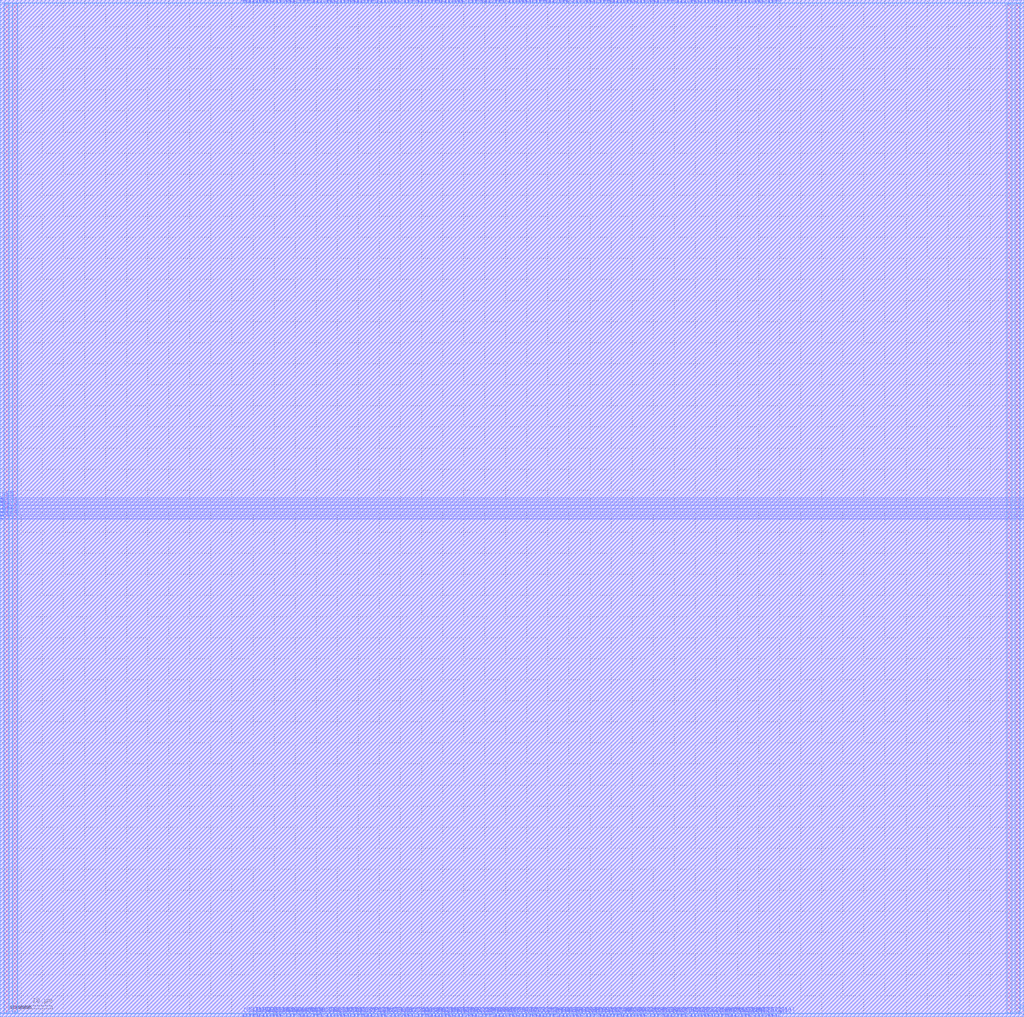
<source format=lef>
##
## LEF for PtnCells ;
## created by Innovus v15.23-s045_1 on Fri Mar  7 18:05:08 2025
##

VERSION 5.8 ;

BUSBITCHARS "[]" ;
DIVIDERCHAR "/" ;

MACRO sram_160b_w16
  CLASS BLOCK ;
  SIZE 243.0000 BY 241.4000 ;
  FOREIGN sram_160b_w16 0.0000 0.0000 ;
  ORIGIN 0 0 ;
  SYMMETRY X Y R90 ;
  PIN CLK
    DIRECTION INPUT ;
    USE SIGNAL ;
    PORT
      LAYER M3 ;
        RECT 0.0000 118.1500 0.6000 118.2500 ;
    END
  END CLK
  PIN D[159]
    DIRECTION INPUT ;
    USE SIGNAL ;
    PORT
      LAYER M3 ;
        RECT 57.6500 0.0000 57.7500 0.6000 ;
    END
  END D[159]
  PIN D[158]
    DIRECTION INPUT ;
    USE SIGNAL ;
    PORT
      LAYER M3 ;
        RECT 58.4500 0.0000 58.5500 0.6000 ;
    END
  END D[158]
  PIN D[157]
    DIRECTION INPUT ;
    USE SIGNAL ;
    PORT
      LAYER M3 ;
        RECT 59.2500 0.0000 59.3500 0.6000 ;
    END
  END D[157]
  PIN D[156]
    DIRECTION INPUT ;
    USE SIGNAL ;
    PORT
      LAYER M3 ;
        RECT 60.0500 0.0000 60.1500 0.6000 ;
    END
  END D[156]
  PIN D[155]
    DIRECTION INPUT ;
    USE SIGNAL ;
    PORT
      LAYER M3 ;
        RECT 60.8500 0.0000 60.9500 0.6000 ;
    END
  END D[155]
  PIN D[154]
    DIRECTION INPUT ;
    USE SIGNAL ;
    PORT
      LAYER M3 ;
        RECT 61.6500 0.0000 61.7500 0.6000 ;
    END
  END D[154]
  PIN D[153]
    DIRECTION INPUT ;
    USE SIGNAL ;
    PORT
      LAYER M3 ;
        RECT 62.4500 0.0000 62.5500 0.6000 ;
    END
  END D[153]
  PIN D[152]
    DIRECTION INPUT ;
    USE SIGNAL ;
    PORT
      LAYER M3 ;
        RECT 63.2500 0.0000 63.3500 0.6000 ;
    END
  END D[152]
  PIN D[151]
    DIRECTION INPUT ;
    USE SIGNAL ;
    PORT
      LAYER M3 ;
        RECT 64.0500 0.0000 64.1500 0.6000 ;
    END
  END D[151]
  PIN D[150]
    DIRECTION INPUT ;
    USE SIGNAL ;
    PORT
      LAYER M3 ;
        RECT 64.8500 0.0000 64.9500 0.6000 ;
    END
  END D[150]
  PIN D[149]
    DIRECTION INPUT ;
    USE SIGNAL ;
    PORT
      LAYER M3 ;
        RECT 65.6500 0.0000 65.7500 0.6000 ;
    END
  END D[149]
  PIN D[148]
    DIRECTION INPUT ;
    USE SIGNAL ;
    PORT
      LAYER M3 ;
        RECT 66.4500 0.0000 66.5500 0.6000 ;
    END
  END D[148]
  PIN D[147]
    DIRECTION INPUT ;
    USE SIGNAL ;
    PORT
      LAYER M3 ;
        RECT 67.2500 0.0000 67.3500 0.6000 ;
    END
  END D[147]
  PIN D[146]
    DIRECTION INPUT ;
    USE SIGNAL ;
    PORT
      LAYER M3 ;
        RECT 68.0500 0.0000 68.1500 0.6000 ;
    END
  END D[146]
  PIN D[145]
    DIRECTION INPUT ;
    USE SIGNAL ;
    PORT
      LAYER M3 ;
        RECT 68.8500 0.0000 68.9500 0.6000 ;
    END
  END D[145]
  PIN D[144]
    DIRECTION INPUT ;
    USE SIGNAL ;
    PORT
      LAYER M3 ;
        RECT 69.6500 0.0000 69.7500 0.6000 ;
    END
  END D[144]
  PIN D[143]
    DIRECTION INPUT ;
    USE SIGNAL ;
    PORT
      LAYER M3 ;
        RECT 70.4500 0.0000 70.5500 0.6000 ;
    END
  END D[143]
  PIN D[142]
    DIRECTION INPUT ;
    USE SIGNAL ;
    PORT
      LAYER M3 ;
        RECT 71.2500 0.0000 71.3500 0.6000 ;
    END
  END D[142]
  PIN D[141]
    DIRECTION INPUT ;
    USE SIGNAL ;
    PORT
      LAYER M3 ;
        RECT 72.0500 0.0000 72.1500 0.6000 ;
    END
  END D[141]
  PIN D[140]
    DIRECTION INPUT ;
    USE SIGNAL ;
    PORT
      LAYER M3 ;
        RECT 72.8500 0.0000 72.9500 0.6000 ;
    END
  END D[140]
  PIN D[139]
    DIRECTION INPUT ;
    USE SIGNAL ;
    PORT
      LAYER M3 ;
        RECT 73.6500 0.0000 73.7500 0.6000 ;
    END
  END D[139]
  PIN D[138]
    DIRECTION INPUT ;
    USE SIGNAL ;
    PORT
      LAYER M3 ;
        RECT 74.4500 0.0000 74.5500 0.6000 ;
    END
  END D[138]
  PIN D[137]
    DIRECTION INPUT ;
    USE SIGNAL ;
    PORT
      LAYER M3 ;
        RECT 75.2500 0.0000 75.3500 0.6000 ;
    END
  END D[137]
  PIN D[136]
    DIRECTION INPUT ;
    USE SIGNAL ;
    PORT
      LAYER M3 ;
        RECT 76.0500 0.0000 76.1500 0.6000 ;
    END
  END D[136]
  PIN D[135]
    DIRECTION INPUT ;
    USE SIGNAL ;
    PORT
      LAYER M3 ;
        RECT 76.8500 0.0000 76.9500 0.6000 ;
    END
  END D[135]
  PIN D[134]
    DIRECTION INPUT ;
    USE SIGNAL ;
    PORT
      LAYER M3 ;
        RECT 77.6500 0.0000 77.7500 0.6000 ;
    END
  END D[134]
  PIN D[133]
    DIRECTION INPUT ;
    USE SIGNAL ;
    PORT
      LAYER M3 ;
        RECT 78.4500 0.0000 78.5500 0.6000 ;
    END
  END D[133]
  PIN D[132]
    DIRECTION INPUT ;
    USE SIGNAL ;
    PORT
      LAYER M3 ;
        RECT 79.2500 0.0000 79.3500 0.6000 ;
    END
  END D[132]
  PIN D[131]
    DIRECTION INPUT ;
    USE SIGNAL ;
    PORT
      LAYER M3 ;
        RECT 80.0500 0.0000 80.1500 0.6000 ;
    END
  END D[131]
  PIN D[130]
    DIRECTION INPUT ;
    USE SIGNAL ;
    PORT
      LAYER M3 ;
        RECT 80.8500 0.0000 80.9500 0.6000 ;
    END
  END D[130]
  PIN D[129]
    DIRECTION INPUT ;
    USE SIGNAL ;
    PORT
      LAYER M3 ;
        RECT 81.6500 0.0000 81.7500 0.6000 ;
    END
  END D[129]
  PIN D[128]
    DIRECTION INPUT ;
    USE SIGNAL ;
    PORT
      LAYER M3 ;
        RECT 82.4500 0.0000 82.5500 0.6000 ;
    END
  END D[128]
  PIN D[127]
    DIRECTION INPUT ;
    USE SIGNAL ;
    PORT
      LAYER M3 ;
        RECT 83.2500 0.0000 83.3500 0.6000 ;
    END
  END D[127]
  PIN D[126]
    DIRECTION INPUT ;
    USE SIGNAL ;
    PORT
      LAYER M3 ;
        RECT 84.0500 0.0000 84.1500 0.6000 ;
    END
  END D[126]
  PIN D[125]
    DIRECTION INPUT ;
    USE SIGNAL ;
    PORT
      LAYER M3 ;
        RECT 84.8500 0.0000 84.9500 0.6000 ;
    END
  END D[125]
  PIN D[124]
    DIRECTION INPUT ;
    USE SIGNAL ;
    PORT
      LAYER M3 ;
        RECT 85.6500 0.0000 85.7500 0.6000 ;
    END
  END D[124]
  PIN D[123]
    DIRECTION INPUT ;
    USE SIGNAL ;
    PORT
      LAYER M3 ;
        RECT 86.4500 0.0000 86.5500 0.6000 ;
    END
  END D[123]
  PIN D[122]
    DIRECTION INPUT ;
    USE SIGNAL ;
    PORT
      LAYER M3 ;
        RECT 87.2500 0.0000 87.3500 0.6000 ;
    END
  END D[122]
  PIN D[121]
    DIRECTION INPUT ;
    USE SIGNAL ;
    PORT
      LAYER M3 ;
        RECT 88.0500 0.0000 88.1500 0.6000 ;
    END
  END D[121]
  PIN D[120]
    DIRECTION INPUT ;
    USE SIGNAL ;
    PORT
      LAYER M3 ;
        RECT 88.8500 0.0000 88.9500 0.6000 ;
    END
  END D[120]
  PIN D[119]
    DIRECTION INPUT ;
    USE SIGNAL ;
    PORT
      LAYER M3 ;
        RECT 89.6500 0.0000 89.7500 0.6000 ;
    END
  END D[119]
  PIN D[118]
    DIRECTION INPUT ;
    USE SIGNAL ;
    PORT
      LAYER M3 ;
        RECT 90.4500 0.0000 90.5500 0.6000 ;
    END
  END D[118]
  PIN D[117]
    DIRECTION INPUT ;
    USE SIGNAL ;
    PORT
      LAYER M3 ;
        RECT 91.2500 0.0000 91.3500 0.6000 ;
    END
  END D[117]
  PIN D[116]
    DIRECTION INPUT ;
    USE SIGNAL ;
    PORT
      LAYER M3 ;
        RECT 92.0500 0.0000 92.1500 0.6000 ;
    END
  END D[116]
  PIN D[115]
    DIRECTION INPUT ;
    USE SIGNAL ;
    PORT
      LAYER M3 ;
        RECT 92.8500 0.0000 92.9500 0.6000 ;
    END
  END D[115]
  PIN D[114]
    DIRECTION INPUT ;
    USE SIGNAL ;
    PORT
      LAYER M3 ;
        RECT 93.6500 0.0000 93.7500 0.6000 ;
    END
  END D[114]
  PIN D[113]
    DIRECTION INPUT ;
    USE SIGNAL ;
    PORT
      LAYER M3 ;
        RECT 94.4500 0.0000 94.5500 0.6000 ;
    END
  END D[113]
  PIN D[112]
    DIRECTION INPUT ;
    USE SIGNAL ;
    PORT
      LAYER M3 ;
        RECT 95.2500 0.0000 95.3500 0.6000 ;
    END
  END D[112]
  PIN D[111]
    DIRECTION INPUT ;
    USE SIGNAL ;
    PORT
      LAYER M3 ;
        RECT 96.0500 0.0000 96.1500 0.6000 ;
    END
  END D[111]
  PIN D[110]
    DIRECTION INPUT ;
    USE SIGNAL ;
    PORT
      LAYER M3 ;
        RECT 96.8500 0.0000 96.9500 0.6000 ;
    END
  END D[110]
  PIN D[109]
    DIRECTION INPUT ;
    USE SIGNAL ;
    PORT
      LAYER M3 ;
        RECT 97.6500 0.0000 97.7500 0.6000 ;
    END
  END D[109]
  PIN D[108]
    DIRECTION INPUT ;
    USE SIGNAL ;
    PORT
      LAYER M3 ;
        RECT 98.4500 0.0000 98.5500 0.6000 ;
    END
  END D[108]
  PIN D[107]
    DIRECTION INPUT ;
    USE SIGNAL ;
    PORT
      LAYER M3 ;
        RECT 99.2500 0.0000 99.3500 0.6000 ;
    END
  END D[107]
  PIN D[106]
    DIRECTION INPUT ;
    USE SIGNAL ;
    PORT
      LAYER M3 ;
        RECT 100.0500 0.0000 100.1500 0.6000 ;
    END
  END D[106]
  PIN D[105]
    DIRECTION INPUT ;
    USE SIGNAL ;
    PORT
      LAYER M3 ;
        RECT 100.8500 0.0000 100.9500 0.6000 ;
    END
  END D[105]
  PIN D[104]
    DIRECTION INPUT ;
    USE SIGNAL ;
    PORT
      LAYER M3 ;
        RECT 101.6500 0.0000 101.7500 0.6000 ;
    END
  END D[104]
  PIN D[103]
    DIRECTION INPUT ;
    USE SIGNAL ;
    PORT
      LAYER M3 ;
        RECT 102.4500 0.0000 102.5500 0.6000 ;
    END
  END D[103]
  PIN D[102]
    DIRECTION INPUT ;
    USE SIGNAL ;
    PORT
      LAYER M3 ;
        RECT 103.2500 0.0000 103.3500 0.6000 ;
    END
  END D[102]
  PIN D[101]
    DIRECTION INPUT ;
    USE SIGNAL ;
    PORT
      LAYER M3 ;
        RECT 104.0500 0.0000 104.1500 0.6000 ;
    END
  END D[101]
  PIN D[100]
    DIRECTION INPUT ;
    USE SIGNAL ;
    PORT
      LAYER M3 ;
        RECT 104.8500 0.0000 104.9500 0.6000 ;
    END
  END D[100]
  PIN D[99]
    DIRECTION INPUT ;
    USE SIGNAL ;
    PORT
      LAYER M3 ;
        RECT 105.6500 0.0000 105.7500 0.6000 ;
    END
  END D[99]
  PIN D[98]
    DIRECTION INPUT ;
    USE SIGNAL ;
    PORT
      LAYER M3 ;
        RECT 106.4500 0.0000 106.5500 0.6000 ;
    END
  END D[98]
  PIN D[97]
    DIRECTION INPUT ;
    USE SIGNAL ;
    PORT
      LAYER M3 ;
        RECT 107.2500 0.0000 107.3500 0.6000 ;
    END
  END D[97]
  PIN D[96]
    DIRECTION INPUT ;
    USE SIGNAL ;
    PORT
      LAYER M3 ;
        RECT 108.0500 0.0000 108.1500 0.6000 ;
    END
  END D[96]
  PIN D[95]
    DIRECTION INPUT ;
    USE SIGNAL ;
    PORT
      LAYER M3 ;
        RECT 108.8500 0.0000 108.9500 0.6000 ;
    END
  END D[95]
  PIN D[94]
    DIRECTION INPUT ;
    USE SIGNAL ;
    PORT
      LAYER M3 ;
        RECT 109.6500 0.0000 109.7500 0.6000 ;
    END
  END D[94]
  PIN D[93]
    DIRECTION INPUT ;
    USE SIGNAL ;
    PORT
      LAYER M3 ;
        RECT 110.4500 0.0000 110.5500 0.6000 ;
    END
  END D[93]
  PIN D[92]
    DIRECTION INPUT ;
    USE SIGNAL ;
    PORT
      LAYER M3 ;
        RECT 111.2500 0.0000 111.3500 0.6000 ;
    END
  END D[92]
  PIN D[91]
    DIRECTION INPUT ;
    USE SIGNAL ;
    PORT
      LAYER M3 ;
        RECT 112.0500 0.0000 112.1500 0.6000 ;
    END
  END D[91]
  PIN D[90]
    DIRECTION INPUT ;
    USE SIGNAL ;
    PORT
      LAYER M3 ;
        RECT 112.8500 0.0000 112.9500 0.6000 ;
    END
  END D[90]
  PIN D[89]
    DIRECTION INPUT ;
    USE SIGNAL ;
    PORT
      LAYER M3 ;
        RECT 113.6500 0.0000 113.7500 0.6000 ;
    END
  END D[89]
  PIN D[88]
    DIRECTION INPUT ;
    USE SIGNAL ;
    PORT
      LAYER M3 ;
        RECT 114.4500 0.0000 114.5500 0.6000 ;
    END
  END D[88]
  PIN D[87]
    DIRECTION INPUT ;
    USE SIGNAL ;
    PORT
      LAYER M3 ;
        RECT 115.2500 0.0000 115.3500 0.6000 ;
    END
  END D[87]
  PIN D[86]
    DIRECTION INPUT ;
    USE SIGNAL ;
    PORT
      LAYER M3 ;
        RECT 116.0500 0.0000 116.1500 0.6000 ;
    END
  END D[86]
  PIN D[85]
    DIRECTION INPUT ;
    USE SIGNAL ;
    PORT
      LAYER M3 ;
        RECT 116.8500 0.0000 116.9500 0.6000 ;
    END
  END D[85]
  PIN D[84]
    DIRECTION INPUT ;
    USE SIGNAL ;
    PORT
      LAYER M3 ;
        RECT 117.6500 0.0000 117.7500 0.6000 ;
    END
  END D[84]
  PIN D[83]
    DIRECTION INPUT ;
    USE SIGNAL ;
    PORT
      LAYER M3 ;
        RECT 118.4500 0.0000 118.5500 0.6000 ;
    END
  END D[83]
  PIN D[82]
    DIRECTION INPUT ;
    USE SIGNAL ;
    PORT
      LAYER M3 ;
        RECT 119.2500 0.0000 119.3500 0.6000 ;
    END
  END D[82]
  PIN D[81]
    DIRECTION INPUT ;
    USE SIGNAL ;
    PORT
      LAYER M3 ;
        RECT 120.0500 0.0000 120.1500 0.6000 ;
    END
  END D[81]
  PIN D[80]
    DIRECTION INPUT ;
    USE SIGNAL ;
    PORT
      LAYER M3 ;
        RECT 120.8500 0.0000 120.9500 0.6000 ;
    END
  END D[80]
  PIN D[79]
    DIRECTION INPUT ;
    USE SIGNAL ;
    PORT
      LAYER M3 ;
        RECT 121.6500 0.0000 121.7500 0.6000 ;
    END
  END D[79]
  PIN D[78]
    DIRECTION INPUT ;
    USE SIGNAL ;
    PORT
      LAYER M3 ;
        RECT 122.4500 0.0000 122.5500 0.6000 ;
    END
  END D[78]
  PIN D[77]
    DIRECTION INPUT ;
    USE SIGNAL ;
    PORT
      LAYER M3 ;
        RECT 123.2500 0.0000 123.3500 0.6000 ;
    END
  END D[77]
  PIN D[76]
    DIRECTION INPUT ;
    USE SIGNAL ;
    PORT
      LAYER M3 ;
        RECT 124.0500 0.0000 124.1500 0.6000 ;
    END
  END D[76]
  PIN D[75]
    DIRECTION INPUT ;
    USE SIGNAL ;
    PORT
      LAYER M3 ;
        RECT 124.8500 0.0000 124.9500 0.6000 ;
    END
  END D[75]
  PIN D[74]
    DIRECTION INPUT ;
    USE SIGNAL ;
    PORT
      LAYER M3 ;
        RECT 125.6500 0.0000 125.7500 0.6000 ;
    END
  END D[74]
  PIN D[73]
    DIRECTION INPUT ;
    USE SIGNAL ;
    PORT
      LAYER M3 ;
        RECT 126.4500 0.0000 126.5500 0.6000 ;
    END
  END D[73]
  PIN D[72]
    DIRECTION INPUT ;
    USE SIGNAL ;
    PORT
      LAYER M3 ;
        RECT 127.2500 0.0000 127.3500 0.6000 ;
    END
  END D[72]
  PIN D[71]
    DIRECTION INPUT ;
    USE SIGNAL ;
    PORT
      LAYER M3 ;
        RECT 128.0500 0.0000 128.1500 0.6000 ;
    END
  END D[71]
  PIN D[70]
    DIRECTION INPUT ;
    USE SIGNAL ;
    PORT
      LAYER M3 ;
        RECT 128.8500 0.0000 128.9500 0.6000 ;
    END
  END D[70]
  PIN D[69]
    DIRECTION INPUT ;
    USE SIGNAL ;
    PORT
      LAYER M3 ;
        RECT 129.6500 0.0000 129.7500 0.6000 ;
    END
  END D[69]
  PIN D[68]
    DIRECTION INPUT ;
    USE SIGNAL ;
    PORT
      LAYER M3 ;
        RECT 130.4500 0.0000 130.5500 0.6000 ;
    END
  END D[68]
  PIN D[67]
    DIRECTION INPUT ;
    USE SIGNAL ;
    PORT
      LAYER M3 ;
        RECT 131.2500 0.0000 131.3500 0.6000 ;
    END
  END D[67]
  PIN D[66]
    DIRECTION INPUT ;
    USE SIGNAL ;
    PORT
      LAYER M3 ;
        RECT 132.0500 0.0000 132.1500 0.6000 ;
    END
  END D[66]
  PIN D[65]
    DIRECTION INPUT ;
    USE SIGNAL ;
    PORT
      LAYER M3 ;
        RECT 132.8500 0.0000 132.9500 0.6000 ;
    END
  END D[65]
  PIN D[64]
    DIRECTION INPUT ;
    USE SIGNAL ;
    PORT
      LAYER M3 ;
        RECT 133.6500 0.0000 133.7500 0.6000 ;
    END
  END D[64]
  PIN D[63]
    DIRECTION INPUT ;
    USE SIGNAL ;
    PORT
      LAYER M3 ;
        RECT 134.4500 0.0000 134.5500 0.6000 ;
    END
  END D[63]
  PIN D[62]
    DIRECTION INPUT ;
    USE SIGNAL ;
    PORT
      LAYER M3 ;
        RECT 135.2500 0.0000 135.3500 0.6000 ;
    END
  END D[62]
  PIN D[61]
    DIRECTION INPUT ;
    USE SIGNAL ;
    PORT
      LAYER M3 ;
        RECT 136.0500 0.0000 136.1500 0.6000 ;
    END
  END D[61]
  PIN D[60]
    DIRECTION INPUT ;
    USE SIGNAL ;
    PORT
      LAYER M3 ;
        RECT 136.8500 0.0000 136.9500 0.6000 ;
    END
  END D[60]
  PIN D[59]
    DIRECTION INPUT ;
    USE SIGNAL ;
    PORT
      LAYER M3 ;
        RECT 137.6500 0.0000 137.7500 0.6000 ;
    END
  END D[59]
  PIN D[58]
    DIRECTION INPUT ;
    USE SIGNAL ;
    PORT
      LAYER M3 ;
        RECT 138.4500 0.0000 138.5500 0.6000 ;
    END
  END D[58]
  PIN D[57]
    DIRECTION INPUT ;
    USE SIGNAL ;
    PORT
      LAYER M3 ;
        RECT 139.2500 0.0000 139.3500 0.6000 ;
    END
  END D[57]
  PIN D[56]
    DIRECTION INPUT ;
    USE SIGNAL ;
    PORT
      LAYER M3 ;
        RECT 140.0500 0.0000 140.1500 0.6000 ;
    END
  END D[56]
  PIN D[55]
    DIRECTION INPUT ;
    USE SIGNAL ;
    PORT
      LAYER M3 ;
        RECT 140.8500 0.0000 140.9500 0.6000 ;
    END
  END D[55]
  PIN D[54]
    DIRECTION INPUT ;
    USE SIGNAL ;
    PORT
      LAYER M3 ;
        RECT 141.6500 0.0000 141.7500 0.6000 ;
    END
  END D[54]
  PIN D[53]
    DIRECTION INPUT ;
    USE SIGNAL ;
    PORT
      LAYER M3 ;
        RECT 142.4500 0.0000 142.5500 0.6000 ;
    END
  END D[53]
  PIN D[52]
    DIRECTION INPUT ;
    USE SIGNAL ;
    PORT
      LAYER M3 ;
        RECT 143.2500 0.0000 143.3500 0.6000 ;
    END
  END D[52]
  PIN D[51]
    DIRECTION INPUT ;
    USE SIGNAL ;
    PORT
      LAYER M3 ;
        RECT 144.0500 0.0000 144.1500 0.6000 ;
    END
  END D[51]
  PIN D[50]
    DIRECTION INPUT ;
    USE SIGNAL ;
    PORT
      LAYER M3 ;
        RECT 144.8500 0.0000 144.9500 0.6000 ;
    END
  END D[50]
  PIN D[49]
    DIRECTION INPUT ;
    USE SIGNAL ;
    PORT
      LAYER M3 ;
        RECT 145.6500 0.0000 145.7500 0.6000 ;
    END
  END D[49]
  PIN D[48]
    DIRECTION INPUT ;
    USE SIGNAL ;
    PORT
      LAYER M3 ;
        RECT 146.4500 0.0000 146.5500 0.6000 ;
    END
  END D[48]
  PIN D[47]
    DIRECTION INPUT ;
    USE SIGNAL ;
    PORT
      LAYER M3 ;
        RECT 147.2500 0.0000 147.3500 0.6000 ;
    END
  END D[47]
  PIN D[46]
    DIRECTION INPUT ;
    USE SIGNAL ;
    PORT
      LAYER M3 ;
        RECT 148.0500 0.0000 148.1500 0.6000 ;
    END
  END D[46]
  PIN D[45]
    DIRECTION INPUT ;
    USE SIGNAL ;
    PORT
      LAYER M3 ;
        RECT 148.8500 0.0000 148.9500 0.6000 ;
    END
  END D[45]
  PIN D[44]
    DIRECTION INPUT ;
    USE SIGNAL ;
    PORT
      LAYER M3 ;
        RECT 149.6500 0.0000 149.7500 0.6000 ;
    END
  END D[44]
  PIN D[43]
    DIRECTION INPUT ;
    USE SIGNAL ;
    PORT
      LAYER M3 ;
        RECT 150.4500 0.0000 150.5500 0.6000 ;
    END
  END D[43]
  PIN D[42]
    DIRECTION INPUT ;
    USE SIGNAL ;
    PORT
      LAYER M3 ;
        RECT 151.2500 0.0000 151.3500 0.6000 ;
    END
  END D[42]
  PIN D[41]
    DIRECTION INPUT ;
    USE SIGNAL ;
    PORT
      LAYER M3 ;
        RECT 152.0500 0.0000 152.1500 0.6000 ;
    END
  END D[41]
  PIN D[40]
    DIRECTION INPUT ;
    USE SIGNAL ;
    PORT
      LAYER M3 ;
        RECT 152.8500 0.0000 152.9500 0.6000 ;
    END
  END D[40]
  PIN D[39]
    DIRECTION INPUT ;
    USE SIGNAL ;
    PORT
      LAYER M3 ;
        RECT 153.6500 0.0000 153.7500 0.6000 ;
    END
  END D[39]
  PIN D[38]
    DIRECTION INPUT ;
    USE SIGNAL ;
    PORT
      LAYER M3 ;
        RECT 154.4500 0.0000 154.5500 0.6000 ;
    END
  END D[38]
  PIN D[37]
    DIRECTION INPUT ;
    USE SIGNAL ;
    PORT
      LAYER M3 ;
        RECT 155.2500 0.0000 155.3500 0.6000 ;
    END
  END D[37]
  PIN D[36]
    DIRECTION INPUT ;
    USE SIGNAL ;
    PORT
      LAYER M3 ;
        RECT 156.0500 0.0000 156.1500 0.6000 ;
    END
  END D[36]
  PIN D[35]
    DIRECTION INPUT ;
    USE SIGNAL ;
    PORT
      LAYER M3 ;
        RECT 156.8500 0.0000 156.9500 0.6000 ;
    END
  END D[35]
  PIN D[34]
    DIRECTION INPUT ;
    USE SIGNAL ;
    PORT
      LAYER M3 ;
        RECT 157.6500 0.0000 157.7500 0.6000 ;
    END
  END D[34]
  PIN D[33]
    DIRECTION INPUT ;
    USE SIGNAL ;
    PORT
      LAYER M3 ;
        RECT 158.4500 0.0000 158.5500 0.6000 ;
    END
  END D[33]
  PIN D[32]
    DIRECTION INPUT ;
    USE SIGNAL ;
    PORT
      LAYER M3 ;
        RECT 159.2500 0.0000 159.3500 0.6000 ;
    END
  END D[32]
  PIN D[31]
    DIRECTION INPUT ;
    USE SIGNAL ;
    PORT
      LAYER M3 ;
        RECT 160.0500 0.0000 160.1500 0.6000 ;
    END
  END D[31]
  PIN D[30]
    DIRECTION INPUT ;
    USE SIGNAL ;
    PORT
      LAYER M3 ;
        RECT 160.8500 0.0000 160.9500 0.6000 ;
    END
  END D[30]
  PIN D[29]
    DIRECTION INPUT ;
    USE SIGNAL ;
    PORT
      LAYER M3 ;
        RECT 161.6500 0.0000 161.7500 0.6000 ;
    END
  END D[29]
  PIN D[28]
    DIRECTION INPUT ;
    USE SIGNAL ;
    PORT
      LAYER M3 ;
        RECT 162.4500 0.0000 162.5500 0.6000 ;
    END
  END D[28]
  PIN D[27]
    DIRECTION INPUT ;
    USE SIGNAL ;
    PORT
      LAYER M3 ;
        RECT 163.2500 0.0000 163.3500 0.6000 ;
    END
  END D[27]
  PIN D[26]
    DIRECTION INPUT ;
    USE SIGNAL ;
    PORT
      LAYER M3 ;
        RECT 164.0500 0.0000 164.1500 0.6000 ;
    END
  END D[26]
  PIN D[25]
    DIRECTION INPUT ;
    USE SIGNAL ;
    PORT
      LAYER M3 ;
        RECT 164.8500 0.0000 164.9500 0.6000 ;
    END
  END D[25]
  PIN D[24]
    DIRECTION INPUT ;
    USE SIGNAL ;
    PORT
      LAYER M3 ;
        RECT 165.6500 0.0000 165.7500 0.6000 ;
    END
  END D[24]
  PIN D[23]
    DIRECTION INPUT ;
    USE SIGNAL ;
    PORT
      LAYER M3 ;
        RECT 166.4500 0.0000 166.5500 0.6000 ;
    END
  END D[23]
  PIN D[22]
    DIRECTION INPUT ;
    USE SIGNAL ;
    PORT
      LAYER M3 ;
        RECT 167.2500 0.0000 167.3500 0.6000 ;
    END
  END D[22]
  PIN D[21]
    DIRECTION INPUT ;
    USE SIGNAL ;
    PORT
      LAYER M3 ;
        RECT 168.0500 0.0000 168.1500 0.6000 ;
    END
  END D[21]
  PIN D[20]
    DIRECTION INPUT ;
    USE SIGNAL ;
    PORT
      LAYER M3 ;
        RECT 168.8500 0.0000 168.9500 0.6000 ;
    END
  END D[20]
  PIN D[19]
    DIRECTION INPUT ;
    USE SIGNAL ;
    PORT
      LAYER M3 ;
        RECT 169.6500 0.0000 169.7500 0.6000 ;
    END
  END D[19]
  PIN D[18]
    DIRECTION INPUT ;
    USE SIGNAL ;
    PORT
      LAYER M3 ;
        RECT 170.4500 0.0000 170.5500 0.6000 ;
    END
  END D[18]
  PIN D[17]
    DIRECTION INPUT ;
    USE SIGNAL ;
    PORT
      LAYER M3 ;
        RECT 171.2500 0.0000 171.3500 0.6000 ;
    END
  END D[17]
  PIN D[16]
    DIRECTION INPUT ;
    USE SIGNAL ;
    PORT
      LAYER M3 ;
        RECT 172.0500 0.0000 172.1500 0.6000 ;
    END
  END D[16]
  PIN D[15]
    DIRECTION INPUT ;
    USE SIGNAL ;
    PORT
      LAYER M3 ;
        RECT 172.8500 0.0000 172.9500 0.6000 ;
    END
  END D[15]
  PIN D[14]
    DIRECTION INPUT ;
    USE SIGNAL ;
    PORT
      LAYER M3 ;
        RECT 173.6500 0.0000 173.7500 0.6000 ;
    END
  END D[14]
  PIN D[13]
    DIRECTION INPUT ;
    USE SIGNAL ;
    PORT
      LAYER M3 ;
        RECT 174.4500 0.0000 174.5500 0.6000 ;
    END
  END D[13]
  PIN D[12]
    DIRECTION INPUT ;
    USE SIGNAL ;
    PORT
      LAYER M3 ;
        RECT 175.2500 0.0000 175.3500 0.6000 ;
    END
  END D[12]
  PIN D[11]
    DIRECTION INPUT ;
    USE SIGNAL ;
    PORT
      LAYER M3 ;
        RECT 176.0500 0.0000 176.1500 0.6000 ;
    END
  END D[11]
  PIN D[10]
    DIRECTION INPUT ;
    USE SIGNAL ;
    PORT
      LAYER M3 ;
        RECT 176.8500 0.0000 176.9500 0.6000 ;
    END
  END D[10]
  PIN D[9]
    DIRECTION INPUT ;
    USE SIGNAL ;
    PORT
      LAYER M3 ;
        RECT 177.6500 0.0000 177.7500 0.6000 ;
    END
  END D[9]
  PIN D[8]
    DIRECTION INPUT ;
    USE SIGNAL ;
    PORT
      LAYER M3 ;
        RECT 178.4500 0.0000 178.5500 0.6000 ;
    END
  END D[8]
  PIN D[7]
    DIRECTION INPUT ;
    USE SIGNAL ;
    PORT
      LAYER M3 ;
        RECT 179.2500 0.0000 179.3500 0.6000 ;
    END
  END D[7]
  PIN D[6]
    DIRECTION INPUT ;
    USE SIGNAL ;
    PORT
      LAYER M3 ;
        RECT 180.0500 0.0000 180.1500 0.6000 ;
    END
  END D[6]
  PIN D[5]
    DIRECTION INPUT ;
    USE SIGNAL ;
    PORT
      LAYER M3 ;
        RECT 180.8500 0.0000 180.9500 0.6000 ;
    END
  END D[5]
  PIN D[4]
    DIRECTION INPUT ;
    USE SIGNAL ;
    PORT
      LAYER M3 ;
        RECT 181.6500 0.0000 181.7500 0.6000 ;
    END
  END D[4]
  PIN D[3]
    DIRECTION INPUT ;
    USE SIGNAL ;
    PORT
      LAYER M3 ;
        RECT 182.4500 0.0000 182.5500 0.6000 ;
    END
  END D[3]
  PIN D[2]
    DIRECTION INPUT ;
    USE SIGNAL ;
    PORT
      LAYER M3 ;
        RECT 183.2500 0.0000 183.3500 0.6000 ;
    END
  END D[2]
  PIN D[1]
    DIRECTION INPUT ;
    USE SIGNAL ;
    PORT
      LAYER M3 ;
        RECT 184.0500 0.0000 184.1500 0.6000 ;
    END
  END D[1]
  PIN D[0]
    DIRECTION INPUT ;
    USE SIGNAL ;
    PORT
      LAYER M3 ;
        RECT 184.8500 0.0000 184.9500 0.6000 ;
    END
  END D[0]
  PIN Q[159]
    DIRECTION OUTPUT ;
    USE SIGNAL ;
    PORT
      LAYER M3 ;
        RECT 57.6500 240.8000 57.7500 241.4000 ;
    END
  END Q[159]
  PIN Q[158]
    DIRECTION OUTPUT ;
    USE SIGNAL ;
    PORT
      LAYER M3 ;
        RECT 58.4500 240.8000 58.5500 241.4000 ;
    END
  END Q[158]
  PIN Q[157]
    DIRECTION OUTPUT ;
    USE SIGNAL ;
    PORT
      LAYER M3 ;
        RECT 59.2500 240.8000 59.3500 241.4000 ;
    END
  END Q[157]
  PIN Q[156]
    DIRECTION OUTPUT ;
    USE SIGNAL ;
    PORT
      LAYER M3 ;
        RECT 60.0500 240.8000 60.1500 241.4000 ;
    END
  END Q[156]
  PIN Q[155]
    DIRECTION OUTPUT ;
    USE SIGNAL ;
    PORT
      LAYER M3 ;
        RECT 60.8500 240.8000 60.9500 241.4000 ;
    END
  END Q[155]
  PIN Q[154]
    DIRECTION OUTPUT ;
    USE SIGNAL ;
    PORT
      LAYER M3 ;
        RECT 61.6500 240.8000 61.7500 241.4000 ;
    END
  END Q[154]
  PIN Q[153]
    DIRECTION OUTPUT ;
    USE SIGNAL ;
    PORT
      LAYER M3 ;
        RECT 62.4500 240.8000 62.5500 241.4000 ;
    END
  END Q[153]
  PIN Q[152]
    DIRECTION OUTPUT ;
    USE SIGNAL ;
    PORT
      LAYER M3 ;
        RECT 63.2500 240.8000 63.3500 241.4000 ;
    END
  END Q[152]
  PIN Q[151]
    DIRECTION OUTPUT ;
    USE SIGNAL ;
    PORT
      LAYER M3 ;
        RECT 64.0500 240.8000 64.1500 241.4000 ;
    END
  END Q[151]
  PIN Q[150]
    DIRECTION OUTPUT ;
    USE SIGNAL ;
    PORT
      LAYER M3 ;
        RECT 64.8500 240.8000 64.9500 241.4000 ;
    END
  END Q[150]
  PIN Q[149]
    DIRECTION OUTPUT ;
    USE SIGNAL ;
    PORT
      LAYER M3 ;
        RECT 65.6500 240.8000 65.7500 241.4000 ;
    END
  END Q[149]
  PIN Q[148]
    DIRECTION OUTPUT ;
    USE SIGNAL ;
    PORT
      LAYER M3 ;
        RECT 66.4500 240.8000 66.5500 241.4000 ;
    END
  END Q[148]
  PIN Q[147]
    DIRECTION OUTPUT ;
    USE SIGNAL ;
    PORT
      LAYER M3 ;
        RECT 67.2500 240.8000 67.3500 241.4000 ;
    END
  END Q[147]
  PIN Q[146]
    DIRECTION OUTPUT ;
    USE SIGNAL ;
    PORT
      LAYER M3 ;
        RECT 68.0500 240.8000 68.1500 241.4000 ;
    END
  END Q[146]
  PIN Q[145]
    DIRECTION OUTPUT ;
    USE SIGNAL ;
    PORT
      LAYER M3 ;
        RECT 68.8500 240.8000 68.9500 241.4000 ;
    END
  END Q[145]
  PIN Q[144]
    DIRECTION OUTPUT ;
    USE SIGNAL ;
    PORT
      LAYER M3 ;
        RECT 69.6500 240.8000 69.7500 241.4000 ;
    END
  END Q[144]
  PIN Q[143]
    DIRECTION OUTPUT ;
    USE SIGNAL ;
    PORT
      LAYER M3 ;
        RECT 70.4500 240.8000 70.5500 241.4000 ;
    END
  END Q[143]
  PIN Q[142]
    DIRECTION OUTPUT ;
    USE SIGNAL ;
    PORT
      LAYER M3 ;
        RECT 71.2500 240.8000 71.3500 241.4000 ;
    END
  END Q[142]
  PIN Q[141]
    DIRECTION OUTPUT ;
    USE SIGNAL ;
    PORT
      LAYER M3 ;
        RECT 72.0500 240.8000 72.1500 241.4000 ;
    END
  END Q[141]
  PIN Q[140]
    DIRECTION OUTPUT ;
    USE SIGNAL ;
    PORT
      LAYER M3 ;
        RECT 72.8500 240.8000 72.9500 241.4000 ;
    END
  END Q[140]
  PIN Q[139]
    DIRECTION OUTPUT ;
    USE SIGNAL ;
    PORT
      LAYER M3 ;
        RECT 73.6500 240.8000 73.7500 241.4000 ;
    END
  END Q[139]
  PIN Q[138]
    DIRECTION OUTPUT ;
    USE SIGNAL ;
    PORT
      LAYER M3 ;
        RECT 74.4500 240.8000 74.5500 241.4000 ;
    END
  END Q[138]
  PIN Q[137]
    DIRECTION OUTPUT ;
    USE SIGNAL ;
    PORT
      LAYER M3 ;
        RECT 75.2500 240.8000 75.3500 241.4000 ;
    END
  END Q[137]
  PIN Q[136]
    DIRECTION OUTPUT ;
    USE SIGNAL ;
    PORT
      LAYER M3 ;
        RECT 76.0500 240.8000 76.1500 241.4000 ;
    END
  END Q[136]
  PIN Q[135]
    DIRECTION OUTPUT ;
    USE SIGNAL ;
    PORT
      LAYER M3 ;
        RECT 76.8500 240.8000 76.9500 241.4000 ;
    END
  END Q[135]
  PIN Q[134]
    DIRECTION OUTPUT ;
    USE SIGNAL ;
    PORT
      LAYER M3 ;
        RECT 77.6500 240.8000 77.7500 241.4000 ;
    END
  END Q[134]
  PIN Q[133]
    DIRECTION OUTPUT ;
    USE SIGNAL ;
    PORT
      LAYER M3 ;
        RECT 78.4500 240.8000 78.5500 241.4000 ;
    END
  END Q[133]
  PIN Q[132]
    DIRECTION OUTPUT ;
    USE SIGNAL ;
    PORT
      LAYER M3 ;
        RECT 79.2500 240.8000 79.3500 241.4000 ;
    END
  END Q[132]
  PIN Q[131]
    DIRECTION OUTPUT ;
    USE SIGNAL ;
    PORT
      LAYER M3 ;
        RECT 80.0500 240.8000 80.1500 241.4000 ;
    END
  END Q[131]
  PIN Q[130]
    DIRECTION OUTPUT ;
    USE SIGNAL ;
    PORT
      LAYER M3 ;
        RECT 80.8500 240.8000 80.9500 241.4000 ;
    END
  END Q[130]
  PIN Q[129]
    DIRECTION OUTPUT ;
    USE SIGNAL ;
    PORT
      LAYER M3 ;
        RECT 81.6500 240.8000 81.7500 241.4000 ;
    END
  END Q[129]
  PIN Q[128]
    DIRECTION OUTPUT ;
    USE SIGNAL ;
    PORT
      LAYER M3 ;
        RECT 82.4500 240.8000 82.5500 241.4000 ;
    END
  END Q[128]
  PIN Q[127]
    DIRECTION OUTPUT ;
    USE SIGNAL ;
    PORT
      LAYER M3 ;
        RECT 83.2500 240.8000 83.3500 241.4000 ;
    END
  END Q[127]
  PIN Q[126]
    DIRECTION OUTPUT ;
    USE SIGNAL ;
    PORT
      LAYER M3 ;
        RECT 84.0500 240.8000 84.1500 241.4000 ;
    END
  END Q[126]
  PIN Q[125]
    DIRECTION OUTPUT ;
    USE SIGNAL ;
    PORT
      LAYER M3 ;
        RECT 84.8500 240.8000 84.9500 241.4000 ;
    END
  END Q[125]
  PIN Q[124]
    DIRECTION OUTPUT ;
    USE SIGNAL ;
    PORT
      LAYER M3 ;
        RECT 85.6500 240.8000 85.7500 241.4000 ;
    END
  END Q[124]
  PIN Q[123]
    DIRECTION OUTPUT ;
    USE SIGNAL ;
    PORT
      LAYER M3 ;
        RECT 86.4500 240.8000 86.5500 241.4000 ;
    END
  END Q[123]
  PIN Q[122]
    DIRECTION OUTPUT ;
    USE SIGNAL ;
    PORT
      LAYER M3 ;
        RECT 87.2500 240.8000 87.3500 241.4000 ;
    END
  END Q[122]
  PIN Q[121]
    DIRECTION OUTPUT ;
    USE SIGNAL ;
    PORT
      LAYER M3 ;
        RECT 88.0500 240.8000 88.1500 241.4000 ;
    END
  END Q[121]
  PIN Q[120]
    DIRECTION OUTPUT ;
    USE SIGNAL ;
    PORT
      LAYER M3 ;
        RECT 88.8500 240.8000 88.9500 241.4000 ;
    END
  END Q[120]
  PIN Q[119]
    DIRECTION OUTPUT ;
    USE SIGNAL ;
    PORT
      LAYER M3 ;
        RECT 89.6500 240.8000 89.7500 241.4000 ;
    END
  END Q[119]
  PIN Q[118]
    DIRECTION OUTPUT ;
    USE SIGNAL ;
    PORT
      LAYER M3 ;
        RECT 90.4500 240.8000 90.5500 241.4000 ;
    END
  END Q[118]
  PIN Q[117]
    DIRECTION OUTPUT ;
    USE SIGNAL ;
    PORT
      LAYER M3 ;
        RECT 91.2500 240.8000 91.3500 241.4000 ;
    END
  END Q[117]
  PIN Q[116]
    DIRECTION OUTPUT ;
    USE SIGNAL ;
    PORT
      LAYER M3 ;
        RECT 92.0500 240.8000 92.1500 241.4000 ;
    END
  END Q[116]
  PIN Q[115]
    DIRECTION OUTPUT ;
    USE SIGNAL ;
    PORT
      LAYER M3 ;
        RECT 92.8500 240.8000 92.9500 241.4000 ;
    END
  END Q[115]
  PIN Q[114]
    DIRECTION OUTPUT ;
    USE SIGNAL ;
    PORT
      LAYER M3 ;
        RECT 93.6500 240.8000 93.7500 241.4000 ;
    END
  END Q[114]
  PIN Q[113]
    DIRECTION OUTPUT ;
    USE SIGNAL ;
    PORT
      LAYER M3 ;
        RECT 94.4500 240.8000 94.5500 241.4000 ;
    END
  END Q[113]
  PIN Q[112]
    DIRECTION OUTPUT ;
    USE SIGNAL ;
    PORT
      LAYER M3 ;
        RECT 95.2500 240.8000 95.3500 241.4000 ;
    END
  END Q[112]
  PIN Q[111]
    DIRECTION OUTPUT ;
    USE SIGNAL ;
    PORT
      LAYER M3 ;
        RECT 96.0500 240.8000 96.1500 241.4000 ;
    END
  END Q[111]
  PIN Q[110]
    DIRECTION OUTPUT ;
    USE SIGNAL ;
    PORT
      LAYER M3 ;
        RECT 96.8500 240.8000 96.9500 241.4000 ;
    END
  END Q[110]
  PIN Q[109]
    DIRECTION OUTPUT ;
    USE SIGNAL ;
    PORT
      LAYER M3 ;
        RECT 97.6500 240.8000 97.7500 241.4000 ;
    END
  END Q[109]
  PIN Q[108]
    DIRECTION OUTPUT ;
    USE SIGNAL ;
    PORT
      LAYER M3 ;
        RECT 98.4500 240.8000 98.5500 241.4000 ;
    END
  END Q[108]
  PIN Q[107]
    DIRECTION OUTPUT ;
    USE SIGNAL ;
    PORT
      LAYER M3 ;
        RECT 99.2500 240.8000 99.3500 241.4000 ;
    END
  END Q[107]
  PIN Q[106]
    DIRECTION OUTPUT ;
    USE SIGNAL ;
    PORT
      LAYER M3 ;
        RECT 100.0500 240.8000 100.1500 241.4000 ;
    END
  END Q[106]
  PIN Q[105]
    DIRECTION OUTPUT ;
    USE SIGNAL ;
    PORT
      LAYER M3 ;
        RECT 100.8500 240.8000 100.9500 241.4000 ;
    END
  END Q[105]
  PIN Q[104]
    DIRECTION OUTPUT ;
    USE SIGNAL ;
    PORT
      LAYER M3 ;
        RECT 101.6500 240.8000 101.7500 241.4000 ;
    END
  END Q[104]
  PIN Q[103]
    DIRECTION OUTPUT ;
    USE SIGNAL ;
    PORT
      LAYER M3 ;
        RECT 102.4500 240.8000 102.5500 241.4000 ;
    END
  END Q[103]
  PIN Q[102]
    DIRECTION OUTPUT ;
    USE SIGNAL ;
    PORT
      LAYER M3 ;
        RECT 103.2500 240.8000 103.3500 241.4000 ;
    END
  END Q[102]
  PIN Q[101]
    DIRECTION OUTPUT ;
    USE SIGNAL ;
    PORT
      LAYER M3 ;
        RECT 104.0500 240.8000 104.1500 241.4000 ;
    END
  END Q[101]
  PIN Q[100]
    DIRECTION OUTPUT ;
    USE SIGNAL ;
    PORT
      LAYER M3 ;
        RECT 104.8500 240.8000 104.9500 241.4000 ;
    END
  END Q[100]
  PIN Q[99]
    DIRECTION OUTPUT ;
    USE SIGNAL ;
    PORT
      LAYER M3 ;
        RECT 105.6500 240.8000 105.7500 241.4000 ;
    END
  END Q[99]
  PIN Q[98]
    DIRECTION OUTPUT ;
    USE SIGNAL ;
    PORT
      LAYER M3 ;
        RECT 106.4500 240.8000 106.5500 241.4000 ;
    END
  END Q[98]
  PIN Q[97]
    DIRECTION OUTPUT ;
    USE SIGNAL ;
    PORT
      LAYER M3 ;
        RECT 107.2500 240.8000 107.3500 241.4000 ;
    END
  END Q[97]
  PIN Q[96]
    DIRECTION OUTPUT ;
    USE SIGNAL ;
    PORT
      LAYER M3 ;
        RECT 108.0500 240.8000 108.1500 241.4000 ;
    END
  END Q[96]
  PIN Q[95]
    DIRECTION OUTPUT ;
    USE SIGNAL ;
    PORT
      LAYER M3 ;
        RECT 108.8500 240.8000 108.9500 241.4000 ;
    END
  END Q[95]
  PIN Q[94]
    DIRECTION OUTPUT ;
    USE SIGNAL ;
    PORT
      LAYER M3 ;
        RECT 109.6500 240.8000 109.7500 241.4000 ;
    END
  END Q[94]
  PIN Q[93]
    DIRECTION OUTPUT ;
    USE SIGNAL ;
    PORT
      LAYER M3 ;
        RECT 110.4500 240.8000 110.5500 241.4000 ;
    END
  END Q[93]
  PIN Q[92]
    DIRECTION OUTPUT ;
    USE SIGNAL ;
    PORT
      LAYER M3 ;
        RECT 111.2500 240.8000 111.3500 241.4000 ;
    END
  END Q[92]
  PIN Q[91]
    DIRECTION OUTPUT ;
    USE SIGNAL ;
    PORT
      LAYER M3 ;
        RECT 112.0500 240.8000 112.1500 241.4000 ;
    END
  END Q[91]
  PIN Q[90]
    DIRECTION OUTPUT ;
    USE SIGNAL ;
    PORT
      LAYER M3 ;
        RECT 112.8500 240.8000 112.9500 241.4000 ;
    END
  END Q[90]
  PIN Q[89]
    DIRECTION OUTPUT ;
    USE SIGNAL ;
    PORT
      LAYER M3 ;
        RECT 113.6500 240.8000 113.7500 241.4000 ;
    END
  END Q[89]
  PIN Q[88]
    DIRECTION OUTPUT ;
    USE SIGNAL ;
    PORT
      LAYER M3 ;
        RECT 114.4500 240.8000 114.5500 241.4000 ;
    END
  END Q[88]
  PIN Q[87]
    DIRECTION OUTPUT ;
    USE SIGNAL ;
    PORT
      LAYER M3 ;
        RECT 115.2500 240.8000 115.3500 241.4000 ;
    END
  END Q[87]
  PIN Q[86]
    DIRECTION OUTPUT ;
    USE SIGNAL ;
    PORT
      LAYER M3 ;
        RECT 116.0500 240.8000 116.1500 241.4000 ;
    END
  END Q[86]
  PIN Q[85]
    DIRECTION OUTPUT ;
    USE SIGNAL ;
    PORT
      LAYER M3 ;
        RECT 116.8500 240.8000 116.9500 241.4000 ;
    END
  END Q[85]
  PIN Q[84]
    DIRECTION OUTPUT ;
    USE SIGNAL ;
    PORT
      LAYER M3 ;
        RECT 117.6500 240.8000 117.7500 241.4000 ;
    END
  END Q[84]
  PIN Q[83]
    DIRECTION OUTPUT ;
    USE SIGNAL ;
    PORT
      LAYER M3 ;
        RECT 118.4500 240.8000 118.5500 241.4000 ;
    END
  END Q[83]
  PIN Q[82]
    DIRECTION OUTPUT ;
    USE SIGNAL ;
    PORT
      LAYER M3 ;
        RECT 119.2500 240.8000 119.3500 241.4000 ;
    END
  END Q[82]
  PIN Q[81]
    DIRECTION OUTPUT ;
    USE SIGNAL ;
    PORT
      LAYER M3 ;
        RECT 120.0500 240.8000 120.1500 241.4000 ;
    END
  END Q[81]
  PIN Q[80]
    DIRECTION OUTPUT ;
    USE SIGNAL ;
    PORT
      LAYER M3 ;
        RECT 120.8500 240.8000 120.9500 241.4000 ;
    END
  END Q[80]
  PIN Q[79]
    DIRECTION OUTPUT ;
    USE SIGNAL ;
    PORT
      LAYER M3 ;
        RECT 121.6500 240.8000 121.7500 241.4000 ;
    END
  END Q[79]
  PIN Q[78]
    DIRECTION OUTPUT ;
    USE SIGNAL ;
    PORT
      LAYER M3 ;
        RECT 122.4500 240.8000 122.5500 241.4000 ;
    END
  END Q[78]
  PIN Q[77]
    DIRECTION OUTPUT ;
    USE SIGNAL ;
    PORT
      LAYER M3 ;
        RECT 123.2500 240.8000 123.3500 241.4000 ;
    END
  END Q[77]
  PIN Q[76]
    DIRECTION OUTPUT ;
    USE SIGNAL ;
    PORT
      LAYER M3 ;
        RECT 124.0500 240.8000 124.1500 241.4000 ;
    END
  END Q[76]
  PIN Q[75]
    DIRECTION OUTPUT ;
    USE SIGNAL ;
    PORT
      LAYER M3 ;
        RECT 124.8500 240.8000 124.9500 241.4000 ;
    END
  END Q[75]
  PIN Q[74]
    DIRECTION OUTPUT ;
    USE SIGNAL ;
    PORT
      LAYER M3 ;
        RECT 125.6500 240.8000 125.7500 241.4000 ;
    END
  END Q[74]
  PIN Q[73]
    DIRECTION OUTPUT ;
    USE SIGNAL ;
    PORT
      LAYER M3 ;
        RECT 126.4500 240.8000 126.5500 241.4000 ;
    END
  END Q[73]
  PIN Q[72]
    DIRECTION OUTPUT ;
    USE SIGNAL ;
    PORT
      LAYER M3 ;
        RECT 127.2500 240.8000 127.3500 241.4000 ;
    END
  END Q[72]
  PIN Q[71]
    DIRECTION OUTPUT ;
    USE SIGNAL ;
    PORT
      LAYER M3 ;
        RECT 128.0500 240.8000 128.1500 241.4000 ;
    END
  END Q[71]
  PIN Q[70]
    DIRECTION OUTPUT ;
    USE SIGNAL ;
    PORT
      LAYER M3 ;
        RECT 128.8500 240.8000 128.9500 241.4000 ;
    END
  END Q[70]
  PIN Q[69]
    DIRECTION OUTPUT ;
    USE SIGNAL ;
    PORT
      LAYER M3 ;
        RECT 129.6500 240.8000 129.7500 241.4000 ;
    END
  END Q[69]
  PIN Q[68]
    DIRECTION OUTPUT ;
    USE SIGNAL ;
    PORT
      LAYER M3 ;
        RECT 130.4500 240.8000 130.5500 241.4000 ;
    END
  END Q[68]
  PIN Q[67]
    DIRECTION OUTPUT ;
    USE SIGNAL ;
    PORT
      LAYER M3 ;
        RECT 131.2500 240.8000 131.3500 241.4000 ;
    END
  END Q[67]
  PIN Q[66]
    DIRECTION OUTPUT ;
    USE SIGNAL ;
    PORT
      LAYER M3 ;
        RECT 132.0500 240.8000 132.1500 241.4000 ;
    END
  END Q[66]
  PIN Q[65]
    DIRECTION OUTPUT ;
    USE SIGNAL ;
    PORT
      LAYER M3 ;
        RECT 132.8500 240.8000 132.9500 241.4000 ;
    END
  END Q[65]
  PIN Q[64]
    DIRECTION OUTPUT ;
    USE SIGNAL ;
    PORT
      LAYER M3 ;
        RECT 133.6500 240.8000 133.7500 241.4000 ;
    END
  END Q[64]
  PIN Q[63]
    DIRECTION OUTPUT ;
    USE SIGNAL ;
    PORT
      LAYER M3 ;
        RECT 134.4500 240.8000 134.5500 241.4000 ;
    END
  END Q[63]
  PIN Q[62]
    DIRECTION OUTPUT ;
    USE SIGNAL ;
    PORT
      LAYER M3 ;
        RECT 135.2500 240.8000 135.3500 241.4000 ;
    END
  END Q[62]
  PIN Q[61]
    DIRECTION OUTPUT ;
    USE SIGNAL ;
    PORT
      LAYER M3 ;
        RECT 136.0500 240.8000 136.1500 241.4000 ;
    END
  END Q[61]
  PIN Q[60]
    DIRECTION OUTPUT ;
    USE SIGNAL ;
    PORT
      LAYER M3 ;
        RECT 136.8500 240.8000 136.9500 241.4000 ;
    END
  END Q[60]
  PIN Q[59]
    DIRECTION OUTPUT ;
    USE SIGNAL ;
    PORT
      LAYER M3 ;
        RECT 137.6500 240.8000 137.7500 241.4000 ;
    END
  END Q[59]
  PIN Q[58]
    DIRECTION OUTPUT ;
    USE SIGNAL ;
    PORT
      LAYER M3 ;
        RECT 138.4500 240.8000 138.5500 241.4000 ;
    END
  END Q[58]
  PIN Q[57]
    DIRECTION OUTPUT ;
    USE SIGNAL ;
    PORT
      LAYER M3 ;
        RECT 139.2500 240.8000 139.3500 241.4000 ;
    END
  END Q[57]
  PIN Q[56]
    DIRECTION OUTPUT ;
    USE SIGNAL ;
    PORT
      LAYER M3 ;
        RECT 140.0500 240.8000 140.1500 241.4000 ;
    END
  END Q[56]
  PIN Q[55]
    DIRECTION OUTPUT ;
    USE SIGNAL ;
    PORT
      LAYER M3 ;
        RECT 140.8500 240.8000 140.9500 241.4000 ;
    END
  END Q[55]
  PIN Q[54]
    DIRECTION OUTPUT ;
    USE SIGNAL ;
    PORT
      LAYER M3 ;
        RECT 141.6500 240.8000 141.7500 241.4000 ;
    END
  END Q[54]
  PIN Q[53]
    DIRECTION OUTPUT ;
    USE SIGNAL ;
    PORT
      LAYER M3 ;
        RECT 142.4500 240.8000 142.5500 241.4000 ;
    END
  END Q[53]
  PIN Q[52]
    DIRECTION OUTPUT ;
    USE SIGNAL ;
    PORT
      LAYER M3 ;
        RECT 143.2500 240.8000 143.3500 241.4000 ;
    END
  END Q[52]
  PIN Q[51]
    DIRECTION OUTPUT ;
    USE SIGNAL ;
    PORT
      LAYER M3 ;
        RECT 144.0500 240.8000 144.1500 241.4000 ;
    END
  END Q[51]
  PIN Q[50]
    DIRECTION OUTPUT ;
    USE SIGNAL ;
    PORT
      LAYER M3 ;
        RECT 144.8500 240.8000 144.9500 241.4000 ;
    END
  END Q[50]
  PIN Q[49]
    DIRECTION OUTPUT ;
    USE SIGNAL ;
    PORT
      LAYER M3 ;
        RECT 145.6500 240.8000 145.7500 241.4000 ;
    END
  END Q[49]
  PIN Q[48]
    DIRECTION OUTPUT ;
    USE SIGNAL ;
    PORT
      LAYER M3 ;
        RECT 146.4500 240.8000 146.5500 241.4000 ;
    END
  END Q[48]
  PIN Q[47]
    DIRECTION OUTPUT ;
    USE SIGNAL ;
    PORT
      LAYER M3 ;
        RECT 147.2500 240.8000 147.3500 241.4000 ;
    END
  END Q[47]
  PIN Q[46]
    DIRECTION OUTPUT ;
    USE SIGNAL ;
    PORT
      LAYER M3 ;
        RECT 148.0500 240.8000 148.1500 241.4000 ;
    END
  END Q[46]
  PIN Q[45]
    DIRECTION OUTPUT ;
    USE SIGNAL ;
    PORT
      LAYER M3 ;
        RECT 148.8500 240.8000 148.9500 241.4000 ;
    END
  END Q[45]
  PIN Q[44]
    DIRECTION OUTPUT ;
    USE SIGNAL ;
    PORT
      LAYER M3 ;
        RECT 149.6500 240.8000 149.7500 241.4000 ;
    END
  END Q[44]
  PIN Q[43]
    DIRECTION OUTPUT ;
    USE SIGNAL ;
    PORT
      LAYER M3 ;
        RECT 150.4500 240.8000 150.5500 241.4000 ;
    END
  END Q[43]
  PIN Q[42]
    DIRECTION OUTPUT ;
    USE SIGNAL ;
    PORT
      LAYER M3 ;
        RECT 151.2500 240.8000 151.3500 241.4000 ;
    END
  END Q[42]
  PIN Q[41]
    DIRECTION OUTPUT ;
    USE SIGNAL ;
    PORT
      LAYER M3 ;
        RECT 152.0500 240.8000 152.1500 241.4000 ;
    END
  END Q[41]
  PIN Q[40]
    DIRECTION OUTPUT ;
    USE SIGNAL ;
    PORT
      LAYER M3 ;
        RECT 152.8500 240.8000 152.9500 241.4000 ;
    END
  END Q[40]
  PIN Q[39]
    DIRECTION OUTPUT ;
    USE SIGNAL ;
    PORT
      LAYER M3 ;
        RECT 153.6500 240.8000 153.7500 241.4000 ;
    END
  END Q[39]
  PIN Q[38]
    DIRECTION OUTPUT ;
    USE SIGNAL ;
    PORT
      LAYER M3 ;
        RECT 154.4500 240.8000 154.5500 241.4000 ;
    END
  END Q[38]
  PIN Q[37]
    DIRECTION OUTPUT ;
    USE SIGNAL ;
    PORT
      LAYER M3 ;
        RECT 155.2500 240.8000 155.3500 241.4000 ;
    END
  END Q[37]
  PIN Q[36]
    DIRECTION OUTPUT ;
    USE SIGNAL ;
    PORT
      LAYER M3 ;
        RECT 156.0500 240.8000 156.1500 241.4000 ;
    END
  END Q[36]
  PIN Q[35]
    DIRECTION OUTPUT ;
    USE SIGNAL ;
    PORT
      LAYER M3 ;
        RECT 156.8500 240.8000 156.9500 241.4000 ;
    END
  END Q[35]
  PIN Q[34]
    DIRECTION OUTPUT ;
    USE SIGNAL ;
    PORT
      LAYER M3 ;
        RECT 157.6500 240.8000 157.7500 241.4000 ;
    END
  END Q[34]
  PIN Q[33]
    DIRECTION OUTPUT ;
    USE SIGNAL ;
    PORT
      LAYER M3 ;
        RECT 158.4500 240.8000 158.5500 241.4000 ;
    END
  END Q[33]
  PIN Q[32]
    DIRECTION OUTPUT ;
    USE SIGNAL ;
    PORT
      LAYER M3 ;
        RECT 159.2500 240.8000 159.3500 241.4000 ;
    END
  END Q[32]
  PIN Q[31]
    DIRECTION OUTPUT ;
    USE SIGNAL ;
    PORT
      LAYER M3 ;
        RECT 160.0500 240.8000 160.1500 241.4000 ;
    END
  END Q[31]
  PIN Q[30]
    DIRECTION OUTPUT ;
    USE SIGNAL ;
    PORT
      LAYER M3 ;
        RECT 160.8500 240.8000 160.9500 241.4000 ;
    END
  END Q[30]
  PIN Q[29]
    DIRECTION OUTPUT ;
    USE SIGNAL ;
    PORT
      LAYER M3 ;
        RECT 161.6500 240.8000 161.7500 241.4000 ;
    END
  END Q[29]
  PIN Q[28]
    DIRECTION OUTPUT ;
    USE SIGNAL ;
    PORT
      LAYER M3 ;
        RECT 162.4500 240.8000 162.5500 241.4000 ;
    END
  END Q[28]
  PIN Q[27]
    DIRECTION OUTPUT ;
    USE SIGNAL ;
    PORT
      LAYER M3 ;
        RECT 163.2500 240.8000 163.3500 241.4000 ;
    END
  END Q[27]
  PIN Q[26]
    DIRECTION OUTPUT ;
    USE SIGNAL ;
    PORT
      LAYER M3 ;
        RECT 164.0500 240.8000 164.1500 241.4000 ;
    END
  END Q[26]
  PIN Q[25]
    DIRECTION OUTPUT ;
    USE SIGNAL ;
    PORT
      LAYER M3 ;
        RECT 164.8500 240.8000 164.9500 241.4000 ;
    END
  END Q[25]
  PIN Q[24]
    DIRECTION OUTPUT ;
    USE SIGNAL ;
    PORT
      LAYER M3 ;
        RECT 165.6500 240.8000 165.7500 241.4000 ;
    END
  END Q[24]
  PIN Q[23]
    DIRECTION OUTPUT ;
    USE SIGNAL ;
    PORT
      LAYER M3 ;
        RECT 166.4500 240.8000 166.5500 241.4000 ;
    END
  END Q[23]
  PIN Q[22]
    DIRECTION OUTPUT ;
    USE SIGNAL ;
    PORT
      LAYER M3 ;
        RECT 167.2500 240.8000 167.3500 241.4000 ;
    END
  END Q[22]
  PIN Q[21]
    DIRECTION OUTPUT ;
    USE SIGNAL ;
    PORT
      LAYER M3 ;
        RECT 168.0500 240.8000 168.1500 241.4000 ;
    END
  END Q[21]
  PIN Q[20]
    DIRECTION OUTPUT ;
    USE SIGNAL ;
    PORT
      LAYER M3 ;
        RECT 168.8500 240.8000 168.9500 241.4000 ;
    END
  END Q[20]
  PIN Q[19]
    DIRECTION OUTPUT ;
    USE SIGNAL ;
    PORT
      LAYER M3 ;
        RECT 169.6500 240.8000 169.7500 241.4000 ;
    END
  END Q[19]
  PIN Q[18]
    DIRECTION OUTPUT ;
    USE SIGNAL ;
    PORT
      LAYER M3 ;
        RECT 170.4500 240.8000 170.5500 241.4000 ;
    END
  END Q[18]
  PIN Q[17]
    DIRECTION OUTPUT ;
    USE SIGNAL ;
    PORT
      LAYER M3 ;
        RECT 171.2500 240.8000 171.3500 241.4000 ;
    END
  END Q[17]
  PIN Q[16]
    DIRECTION OUTPUT ;
    USE SIGNAL ;
    PORT
      LAYER M3 ;
        RECT 172.0500 240.8000 172.1500 241.4000 ;
    END
  END Q[16]
  PIN Q[15]
    DIRECTION OUTPUT ;
    USE SIGNAL ;
    PORT
      LAYER M3 ;
        RECT 172.8500 240.8000 172.9500 241.4000 ;
    END
  END Q[15]
  PIN Q[14]
    DIRECTION OUTPUT ;
    USE SIGNAL ;
    PORT
      LAYER M3 ;
        RECT 173.6500 240.8000 173.7500 241.4000 ;
    END
  END Q[14]
  PIN Q[13]
    DIRECTION OUTPUT ;
    USE SIGNAL ;
    PORT
      LAYER M3 ;
        RECT 174.4500 240.8000 174.5500 241.4000 ;
    END
  END Q[13]
  PIN Q[12]
    DIRECTION OUTPUT ;
    USE SIGNAL ;
    PORT
      LAYER M3 ;
        RECT 175.2500 240.8000 175.3500 241.4000 ;
    END
  END Q[12]
  PIN Q[11]
    DIRECTION OUTPUT ;
    USE SIGNAL ;
    PORT
      LAYER M3 ;
        RECT 176.0500 240.8000 176.1500 241.4000 ;
    END
  END Q[11]
  PIN Q[10]
    DIRECTION OUTPUT ;
    USE SIGNAL ;
    PORT
      LAYER M3 ;
        RECT 176.8500 240.8000 176.9500 241.4000 ;
    END
  END Q[10]
  PIN Q[9]
    DIRECTION OUTPUT ;
    USE SIGNAL ;
    PORT
      LAYER M3 ;
        RECT 177.6500 240.8000 177.7500 241.4000 ;
    END
  END Q[9]
  PIN Q[8]
    DIRECTION OUTPUT ;
    USE SIGNAL ;
    PORT
      LAYER M3 ;
        RECT 178.4500 240.8000 178.5500 241.4000 ;
    END
  END Q[8]
  PIN Q[7]
    DIRECTION OUTPUT ;
    USE SIGNAL ;
    PORT
      LAYER M3 ;
        RECT 179.2500 240.8000 179.3500 241.4000 ;
    END
  END Q[7]
  PIN Q[6]
    DIRECTION OUTPUT ;
    USE SIGNAL ;
    PORT
      LAYER M3 ;
        RECT 180.0500 240.8000 180.1500 241.4000 ;
    END
  END Q[6]
  PIN Q[5]
    DIRECTION OUTPUT ;
    USE SIGNAL ;
    PORT
      LAYER M3 ;
        RECT 180.8500 240.8000 180.9500 241.4000 ;
    END
  END Q[5]
  PIN Q[4]
    DIRECTION OUTPUT ;
    USE SIGNAL ;
    PORT
      LAYER M3 ;
        RECT 181.6500 240.8000 181.7500 241.4000 ;
    END
  END Q[4]
  PIN Q[3]
    DIRECTION OUTPUT ;
    USE SIGNAL ;
    PORT
      LAYER M3 ;
        RECT 182.4500 240.8000 182.5500 241.4000 ;
    END
  END Q[3]
  PIN Q[2]
    DIRECTION OUTPUT ;
    USE SIGNAL ;
    PORT
      LAYER M3 ;
        RECT 183.2500 240.8000 183.3500 241.4000 ;
    END
  END Q[2]
  PIN Q[1]
    DIRECTION OUTPUT ;
    USE SIGNAL ;
    PORT
      LAYER M3 ;
        RECT 184.0500 240.8000 184.1500 241.4000 ;
    END
  END Q[1]
  PIN Q[0]
    DIRECTION OUTPUT ;
    USE SIGNAL ;
    PORT
      LAYER M3 ;
        RECT 184.8500 240.8000 184.9500 241.4000 ;
    END
  END Q[0]
  PIN CEN
    DIRECTION INPUT ;
    USE SIGNAL ;
    PORT
      LAYER M3 ;
        RECT 0.0000 122.1500 0.6000 122.2500 ;
    END
  END CEN
  PIN WEN
    DIRECTION INPUT ;
    USE SIGNAL ;
    PORT
      LAYER M3 ;
        RECT 0.0000 122.9500 0.6000 123.0500 ;
    END
  END WEN
  PIN A[3]
    DIRECTION INPUT ;
    USE SIGNAL ;
    PORT
      LAYER M3 ;
        RECT 0.0000 118.9500 0.6000 119.0500 ;
    END
  END A[3]
  PIN A[2]
    DIRECTION INPUT ;
    USE SIGNAL ;
    PORT
      LAYER M3 ;
        RECT 0.0000 119.7500 0.6000 119.8500 ;
    END
  END A[2]
  PIN A[1]
    DIRECTION INPUT ;
    USE SIGNAL ;
    PORT
      LAYER M3 ;
        RECT 0.0000 120.5500 0.6000 120.6500 ;
    END
  END A[1]
  PIN A[0]
    DIRECTION INPUT ;
    USE SIGNAL ;
    PORT
      LAYER M3 ;
        RECT 0.0000 121.3500 0.6000 121.4500 ;
    END
  END A[0]
  PIN VSS
    DIRECTION INOUT ;
    USE GROUND ;

# P/G power stripe data as pin
    PORT
      LAYER M4 ;
        RECT 239.0000 1.0000 240.0000 240.4000 ;
        RECT 1.0000 1.0000 2.0000 240.4000 ;
        RECT 1.0000 240.2350 2.0000 240.5650 ;
        RECT 239.0000 240.2350 240.0000 240.5650 ;
    END
# end of P/G power stripe data as pin

  END VSS
  PIN VDD
    DIRECTION INOUT ;
    USE POWER ;

# P/G power stripe data as pin
    PORT
      LAYER M4 ;
        RECT 241.0000 1.0000 242.0000 240.4000 ;
        RECT 3.0000 1.0000 4.0000 240.4000 ;
        RECT 3.0000 0.8350 4.0000 1.1650 ;
        RECT 241.0000 0.8350 242.0000 1.1650 ;
    END
# end of P/G power stripe data as pin

  END VDD
  OBS
    LAYER M1 ;
      RECT 0.0000 0.0000 243.0000 241.4000 ;
    LAYER M2 ;
      RECT 0.0000 0.0000 243.0000 241.4000 ;
    LAYER M3 ;
      RECT 185.1100 240.6400 243.0000 241.4000 ;
      RECT 184.3100 240.6400 184.6900 241.4000 ;
      RECT 183.5100 240.6400 183.8900 241.4000 ;
      RECT 182.7100 240.6400 183.0900 241.4000 ;
      RECT 181.9100 240.6400 182.2900 241.4000 ;
      RECT 181.1100 240.6400 181.4900 241.4000 ;
      RECT 180.3100 240.6400 180.6900 241.4000 ;
      RECT 179.5100 240.6400 179.8900 241.4000 ;
      RECT 178.7100 240.6400 179.0900 241.4000 ;
      RECT 177.9100 240.6400 178.2900 241.4000 ;
      RECT 177.1100 240.6400 177.4900 241.4000 ;
      RECT 176.3100 240.6400 176.6900 241.4000 ;
      RECT 175.5100 240.6400 175.8900 241.4000 ;
      RECT 174.7100 240.6400 175.0900 241.4000 ;
      RECT 173.9100 240.6400 174.2900 241.4000 ;
      RECT 173.1100 240.6400 173.4900 241.4000 ;
      RECT 172.3100 240.6400 172.6900 241.4000 ;
      RECT 171.5100 240.6400 171.8900 241.4000 ;
      RECT 170.7100 240.6400 171.0900 241.4000 ;
      RECT 169.9100 240.6400 170.2900 241.4000 ;
      RECT 169.1100 240.6400 169.4900 241.4000 ;
      RECT 168.3100 240.6400 168.6900 241.4000 ;
      RECT 167.5100 240.6400 167.8900 241.4000 ;
      RECT 166.7100 240.6400 167.0900 241.4000 ;
      RECT 165.9100 240.6400 166.2900 241.4000 ;
      RECT 165.1100 240.6400 165.4900 241.4000 ;
      RECT 164.3100 240.6400 164.6900 241.4000 ;
      RECT 163.5100 240.6400 163.8900 241.4000 ;
      RECT 162.7100 240.6400 163.0900 241.4000 ;
      RECT 161.9100 240.6400 162.2900 241.4000 ;
      RECT 161.1100 240.6400 161.4900 241.4000 ;
      RECT 160.3100 240.6400 160.6900 241.4000 ;
      RECT 159.5100 240.6400 159.8900 241.4000 ;
      RECT 158.7100 240.6400 159.0900 241.4000 ;
      RECT 157.9100 240.6400 158.2900 241.4000 ;
      RECT 157.1100 240.6400 157.4900 241.4000 ;
      RECT 156.3100 240.6400 156.6900 241.4000 ;
      RECT 155.5100 240.6400 155.8900 241.4000 ;
      RECT 154.7100 240.6400 155.0900 241.4000 ;
      RECT 153.9100 240.6400 154.2900 241.4000 ;
      RECT 153.1100 240.6400 153.4900 241.4000 ;
      RECT 152.3100 240.6400 152.6900 241.4000 ;
      RECT 151.5100 240.6400 151.8900 241.4000 ;
      RECT 150.7100 240.6400 151.0900 241.4000 ;
      RECT 149.9100 240.6400 150.2900 241.4000 ;
      RECT 149.1100 240.6400 149.4900 241.4000 ;
      RECT 148.3100 240.6400 148.6900 241.4000 ;
      RECT 147.5100 240.6400 147.8900 241.4000 ;
      RECT 146.7100 240.6400 147.0900 241.4000 ;
      RECT 145.9100 240.6400 146.2900 241.4000 ;
      RECT 145.1100 240.6400 145.4900 241.4000 ;
      RECT 144.3100 240.6400 144.6900 241.4000 ;
      RECT 143.5100 240.6400 143.8900 241.4000 ;
      RECT 142.7100 240.6400 143.0900 241.4000 ;
      RECT 141.9100 240.6400 142.2900 241.4000 ;
      RECT 141.1100 240.6400 141.4900 241.4000 ;
      RECT 140.3100 240.6400 140.6900 241.4000 ;
      RECT 139.5100 240.6400 139.8900 241.4000 ;
      RECT 138.7100 240.6400 139.0900 241.4000 ;
      RECT 137.9100 240.6400 138.2900 241.4000 ;
      RECT 137.1100 240.6400 137.4900 241.4000 ;
      RECT 136.3100 240.6400 136.6900 241.4000 ;
      RECT 135.5100 240.6400 135.8900 241.4000 ;
      RECT 134.7100 240.6400 135.0900 241.4000 ;
      RECT 133.9100 240.6400 134.2900 241.4000 ;
      RECT 133.1100 240.6400 133.4900 241.4000 ;
      RECT 132.3100 240.6400 132.6900 241.4000 ;
      RECT 131.5100 240.6400 131.8900 241.4000 ;
      RECT 130.7100 240.6400 131.0900 241.4000 ;
      RECT 129.9100 240.6400 130.2900 241.4000 ;
      RECT 129.1100 240.6400 129.4900 241.4000 ;
      RECT 128.3100 240.6400 128.6900 241.4000 ;
      RECT 127.5100 240.6400 127.8900 241.4000 ;
      RECT 126.7100 240.6400 127.0900 241.4000 ;
      RECT 125.9100 240.6400 126.2900 241.4000 ;
      RECT 125.1100 240.6400 125.4900 241.4000 ;
      RECT 124.3100 240.6400 124.6900 241.4000 ;
      RECT 123.5100 240.6400 123.8900 241.4000 ;
      RECT 122.7100 240.6400 123.0900 241.4000 ;
      RECT 121.9100 240.6400 122.2900 241.4000 ;
      RECT 121.1100 240.6400 121.4900 241.4000 ;
      RECT 120.3100 240.6400 120.6900 241.4000 ;
      RECT 119.5100 240.6400 119.8900 241.4000 ;
      RECT 118.7100 240.6400 119.0900 241.4000 ;
      RECT 117.9100 240.6400 118.2900 241.4000 ;
      RECT 117.1100 240.6400 117.4900 241.4000 ;
      RECT 116.3100 240.6400 116.6900 241.4000 ;
      RECT 115.5100 240.6400 115.8900 241.4000 ;
      RECT 114.7100 240.6400 115.0900 241.4000 ;
      RECT 113.9100 240.6400 114.2900 241.4000 ;
      RECT 113.1100 240.6400 113.4900 241.4000 ;
      RECT 112.3100 240.6400 112.6900 241.4000 ;
      RECT 111.5100 240.6400 111.8900 241.4000 ;
      RECT 110.7100 240.6400 111.0900 241.4000 ;
      RECT 109.9100 240.6400 110.2900 241.4000 ;
      RECT 109.1100 240.6400 109.4900 241.4000 ;
      RECT 108.3100 240.6400 108.6900 241.4000 ;
      RECT 107.5100 240.6400 107.8900 241.4000 ;
      RECT 106.7100 240.6400 107.0900 241.4000 ;
      RECT 105.9100 240.6400 106.2900 241.4000 ;
      RECT 105.1100 240.6400 105.4900 241.4000 ;
      RECT 104.3100 240.6400 104.6900 241.4000 ;
      RECT 103.5100 240.6400 103.8900 241.4000 ;
      RECT 102.7100 240.6400 103.0900 241.4000 ;
      RECT 101.9100 240.6400 102.2900 241.4000 ;
      RECT 101.1100 240.6400 101.4900 241.4000 ;
      RECT 100.3100 240.6400 100.6900 241.4000 ;
      RECT 99.5100 240.6400 99.8900 241.4000 ;
      RECT 98.7100 240.6400 99.0900 241.4000 ;
      RECT 97.9100 240.6400 98.2900 241.4000 ;
      RECT 97.1100 240.6400 97.4900 241.4000 ;
      RECT 96.3100 240.6400 96.6900 241.4000 ;
      RECT 95.5100 240.6400 95.8900 241.4000 ;
      RECT 94.7100 240.6400 95.0900 241.4000 ;
      RECT 93.9100 240.6400 94.2900 241.4000 ;
      RECT 93.1100 240.6400 93.4900 241.4000 ;
      RECT 92.3100 240.6400 92.6900 241.4000 ;
      RECT 91.5100 240.6400 91.8900 241.4000 ;
      RECT 90.7100 240.6400 91.0900 241.4000 ;
      RECT 89.9100 240.6400 90.2900 241.4000 ;
      RECT 89.1100 240.6400 89.4900 241.4000 ;
      RECT 88.3100 240.6400 88.6900 241.4000 ;
      RECT 87.5100 240.6400 87.8900 241.4000 ;
      RECT 86.7100 240.6400 87.0900 241.4000 ;
      RECT 85.9100 240.6400 86.2900 241.4000 ;
      RECT 85.1100 240.6400 85.4900 241.4000 ;
      RECT 84.3100 240.6400 84.6900 241.4000 ;
      RECT 83.5100 240.6400 83.8900 241.4000 ;
      RECT 82.7100 240.6400 83.0900 241.4000 ;
      RECT 81.9100 240.6400 82.2900 241.4000 ;
      RECT 81.1100 240.6400 81.4900 241.4000 ;
      RECT 80.3100 240.6400 80.6900 241.4000 ;
      RECT 79.5100 240.6400 79.8900 241.4000 ;
      RECT 78.7100 240.6400 79.0900 241.4000 ;
      RECT 77.9100 240.6400 78.2900 241.4000 ;
      RECT 77.1100 240.6400 77.4900 241.4000 ;
      RECT 76.3100 240.6400 76.6900 241.4000 ;
      RECT 75.5100 240.6400 75.8900 241.4000 ;
      RECT 74.7100 240.6400 75.0900 241.4000 ;
      RECT 73.9100 240.6400 74.2900 241.4000 ;
      RECT 73.1100 240.6400 73.4900 241.4000 ;
      RECT 72.3100 240.6400 72.6900 241.4000 ;
      RECT 71.5100 240.6400 71.8900 241.4000 ;
      RECT 70.7100 240.6400 71.0900 241.4000 ;
      RECT 69.9100 240.6400 70.2900 241.4000 ;
      RECT 69.1100 240.6400 69.4900 241.4000 ;
      RECT 68.3100 240.6400 68.6900 241.4000 ;
      RECT 67.5100 240.6400 67.8900 241.4000 ;
      RECT 66.7100 240.6400 67.0900 241.4000 ;
      RECT 65.9100 240.6400 66.2900 241.4000 ;
      RECT 65.1100 240.6400 65.4900 241.4000 ;
      RECT 64.3100 240.6400 64.6900 241.4000 ;
      RECT 63.5100 240.6400 63.8900 241.4000 ;
      RECT 62.7100 240.6400 63.0900 241.4000 ;
      RECT 61.9100 240.6400 62.2900 241.4000 ;
      RECT 61.1100 240.6400 61.4900 241.4000 ;
      RECT 60.3100 240.6400 60.6900 241.4000 ;
      RECT 59.5100 240.6400 59.8900 241.4000 ;
      RECT 58.7100 240.6400 59.0900 241.4000 ;
      RECT 57.9100 240.6400 58.2900 241.4000 ;
      RECT 0.0000 240.6400 57.4900 241.4000 ;
      RECT 0.0000 123.1500 243.0000 240.6400 ;
      RECT 0.7000 122.8500 243.0000 123.1500 ;
      RECT 0.0000 122.3500 243.0000 122.8500 ;
      RECT 0.7000 122.0500 243.0000 122.3500 ;
      RECT 0.0000 121.5500 243.0000 122.0500 ;
      RECT 0.7000 121.2500 243.0000 121.5500 ;
      RECT 0.0000 120.7500 243.0000 121.2500 ;
      RECT 0.7000 120.4500 243.0000 120.7500 ;
      RECT 0.0000 119.9500 243.0000 120.4500 ;
      RECT 0.7000 119.6500 243.0000 119.9500 ;
      RECT 0.0000 119.1500 243.0000 119.6500 ;
      RECT 0.7000 118.8500 243.0000 119.1500 ;
      RECT 0.0000 118.3500 243.0000 118.8500 ;
      RECT 0.7000 118.0500 243.0000 118.3500 ;
      RECT 0.0000 0.7600 243.0000 118.0500 ;
      RECT 185.1100 0.0000 243.0000 0.7600 ;
      RECT 184.3100 0.0000 184.6900 0.7600 ;
      RECT 183.5100 0.0000 183.8900 0.7600 ;
      RECT 182.7100 0.0000 183.0900 0.7600 ;
      RECT 181.9100 0.0000 182.2900 0.7600 ;
      RECT 181.1100 0.0000 181.4900 0.7600 ;
      RECT 180.3100 0.0000 180.6900 0.7600 ;
      RECT 179.5100 0.0000 179.8900 0.7600 ;
      RECT 178.7100 0.0000 179.0900 0.7600 ;
      RECT 177.9100 0.0000 178.2900 0.7600 ;
      RECT 177.1100 0.0000 177.4900 0.7600 ;
      RECT 176.3100 0.0000 176.6900 0.7600 ;
      RECT 175.5100 0.0000 175.8900 0.7600 ;
      RECT 174.7100 0.0000 175.0900 0.7600 ;
      RECT 173.9100 0.0000 174.2900 0.7600 ;
      RECT 173.1100 0.0000 173.4900 0.7600 ;
      RECT 172.3100 0.0000 172.6900 0.7600 ;
      RECT 171.5100 0.0000 171.8900 0.7600 ;
      RECT 170.7100 0.0000 171.0900 0.7600 ;
      RECT 169.9100 0.0000 170.2900 0.7600 ;
      RECT 169.1100 0.0000 169.4900 0.7600 ;
      RECT 168.3100 0.0000 168.6900 0.7600 ;
      RECT 167.5100 0.0000 167.8900 0.7600 ;
      RECT 166.7100 0.0000 167.0900 0.7600 ;
      RECT 165.9100 0.0000 166.2900 0.7600 ;
      RECT 165.1100 0.0000 165.4900 0.7600 ;
      RECT 164.3100 0.0000 164.6900 0.7600 ;
      RECT 163.5100 0.0000 163.8900 0.7600 ;
      RECT 162.7100 0.0000 163.0900 0.7600 ;
      RECT 161.9100 0.0000 162.2900 0.7600 ;
      RECT 161.1100 0.0000 161.4900 0.7600 ;
      RECT 160.3100 0.0000 160.6900 0.7600 ;
      RECT 159.5100 0.0000 159.8900 0.7600 ;
      RECT 158.7100 0.0000 159.0900 0.7600 ;
      RECT 157.9100 0.0000 158.2900 0.7600 ;
      RECT 157.1100 0.0000 157.4900 0.7600 ;
      RECT 156.3100 0.0000 156.6900 0.7600 ;
      RECT 155.5100 0.0000 155.8900 0.7600 ;
      RECT 154.7100 0.0000 155.0900 0.7600 ;
      RECT 153.9100 0.0000 154.2900 0.7600 ;
      RECT 153.1100 0.0000 153.4900 0.7600 ;
      RECT 152.3100 0.0000 152.6900 0.7600 ;
      RECT 151.5100 0.0000 151.8900 0.7600 ;
      RECT 150.7100 0.0000 151.0900 0.7600 ;
      RECT 149.9100 0.0000 150.2900 0.7600 ;
      RECT 149.1100 0.0000 149.4900 0.7600 ;
      RECT 148.3100 0.0000 148.6900 0.7600 ;
      RECT 147.5100 0.0000 147.8900 0.7600 ;
      RECT 146.7100 0.0000 147.0900 0.7600 ;
      RECT 145.9100 0.0000 146.2900 0.7600 ;
      RECT 145.1100 0.0000 145.4900 0.7600 ;
      RECT 144.3100 0.0000 144.6900 0.7600 ;
      RECT 143.5100 0.0000 143.8900 0.7600 ;
      RECT 142.7100 0.0000 143.0900 0.7600 ;
      RECT 141.9100 0.0000 142.2900 0.7600 ;
      RECT 141.1100 0.0000 141.4900 0.7600 ;
      RECT 140.3100 0.0000 140.6900 0.7600 ;
      RECT 139.5100 0.0000 139.8900 0.7600 ;
      RECT 138.7100 0.0000 139.0900 0.7600 ;
      RECT 137.9100 0.0000 138.2900 0.7600 ;
      RECT 137.1100 0.0000 137.4900 0.7600 ;
      RECT 136.3100 0.0000 136.6900 0.7600 ;
      RECT 135.5100 0.0000 135.8900 0.7600 ;
      RECT 134.7100 0.0000 135.0900 0.7600 ;
      RECT 133.9100 0.0000 134.2900 0.7600 ;
      RECT 133.1100 0.0000 133.4900 0.7600 ;
      RECT 132.3100 0.0000 132.6900 0.7600 ;
      RECT 131.5100 0.0000 131.8900 0.7600 ;
      RECT 130.7100 0.0000 131.0900 0.7600 ;
      RECT 129.9100 0.0000 130.2900 0.7600 ;
      RECT 129.1100 0.0000 129.4900 0.7600 ;
      RECT 128.3100 0.0000 128.6900 0.7600 ;
      RECT 127.5100 0.0000 127.8900 0.7600 ;
      RECT 126.7100 0.0000 127.0900 0.7600 ;
      RECT 125.9100 0.0000 126.2900 0.7600 ;
      RECT 125.1100 0.0000 125.4900 0.7600 ;
      RECT 124.3100 0.0000 124.6900 0.7600 ;
      RECT 123.5100 0.0000 123.8900 0.7600 ;
      RECT 122.7100 0.0000 123.0900 0.7600 ;
      RECT 121.9100 0.0000 122.2900 0.7600 ;
      RECT 121.1100 0.0000 121.4900 0.7600 ;
      RECT 120.3100 0.0000 120.6900 0.7600 ;
      RECT 119.5100 0.0000 119.8900 0.7600 ;
      RECT 118.7100 0.0000 119.0900 0.7600 ;
      RECT 117.9100 0.0000 118.2900 0.7600 ;
      RECT 117.1100 0.0000 117.4900 0.7600 ;
      RECT 116.3100 0.0000 116.6900 0.7600 ;
      RECT 115.5100 0.0000 115.8900 0.7600 ;
      RECT 114.7100 0.0000 115.0900 0.7600 ;
      RECT 113.9100 0.0000 114.2900 0.7600 ;
      RECT 113.1100 0.0000 113.4900 0.7600 ;
      RECT 112.3100 0.0000 112.6900 0.7600 ;
      RECT 111.5100 0.0000 111.8900 0.7600 ;
      RECT 110.7100 0.0000 111.0900 0.7600 ;
      RECT 109.9100 0.0000 110.2900 0.7600 ;
      RECT 109.1100 0.0000 109.4900 0.7600 ;
      RECT 108.3100 0.0000 108.6900 0.7600 ;
      RECT 107.5100 0.0000 107.8900 0.7600 ;
      RECT 106.7100 0.0000 107.0900 0.7600 ;
      RECT 105.9100 0.0000 106.2900 0.7600 ;
      RECT 105.1100 0.0000 105.4900 0.7600 ;
      RECT 104.3100 0.0000 104.6900 0.7600 ;
      RECT 103.5100 0.0000 103.8900 0.7600 ;
      RECT 102.7100 0.0000 103.0900 0.7600 ;
      RECT 101.9100 0.0000 102.2900 0.7600 ;
      RECT 101.1100 0.0000 101.4900 0.7600 ;
      RECT 100.3100 0.0000 100.6900 0.7600 ;
      RECT 99.5100 0.0000 99.8900 0.7600 ;
      RECT 98.7100 0.0000 99.0900 0.7600 ;
      RECT 97.9100 0.0000 98.2900 0.7600 ;
      RECT 97.1100 0.0000 97.4900 0.7600 ;
      RECT 96.3100 0.0000 96.6900 0.7600 ;
      RECT 95.5100 0.0000 95.8900 0.7600 ;
      RECT 94.7100 0.0000 95.0900 0.7600 ;
      RECT 93.9100 0.0000 94.2900 0.7600 ;
      RECT 93.1100 0.0000 93.4900 0.7600 ;
      RECT 92.3100 0.0000 92.6900 0.7600 ;
      RECT 91.5100 0.0000 91.8900 0.7600 ;
      RECT 90.7100 0.0000 91.0900 0.7600 ;
      RECT 89.9100 0.0000 90.2900 0.7600 ;
      RECT 89.1100 0.0000 89.4900 0.7600 ;
      RECT 88.3100 0.0000 88.6900 0.7600 ;
      RECT 87.5100 0.0000 87.8900 0.7600 ;
      RECT 86.7100 0.0000 87.0900 0.7600 ;
      RECT 85.9100 0.0000 86.2900 0.7600 ;
      RECT 85.1100 0.0000 85.4900 0.7600 ;
      RECT 84.3100 0.0000 84.6900 0.7600 ;
      RECT 83.5100 0.0000 83.8900 0.7600 ;
      RECT 82.7100 0.0000 83.0900 0.7600 ;
      RECT 81.9100 0.0000 82.2900 0.7600 ;
      RECT 81.1100 0.0000 81.4900 0.7600 ;
      RECT 80.3100 0.0000 80.6900 0.7600 ;
      RECT 79.5100 0.0000 79.8900 0.7600 ;
      RECT 78.7100 0.0000 79.0900 0.7600 ;
      RECT 77.9100 0.0000 78.2900 0.7600 ;
      RECT 77.1100 0.0000 77.4900 0.7600 ;
      RECT 76.3100 0.0000 76.6900 0.7600 ;
      RECT 75.5100 0.0000 75.8900 0.7600 ;
      RECT 74.7100 0.0000 75.0900 0.7600 ;
      RECT 73.9100 0.0000 74.2900 0.7600 ;
      RECT 73.1100 0.0000 73.4900 0.7600 ;
      RECT 72.3100 0.0000 72.6900 0.7600 ;
      RECT 71.5100 0.0000 71.8900 0.7600 ;
      RECT 70.7100 0.0000 71.0900 0.7600 ;
      RECT 69.9100 0.0000 70.2900 0.7600 ;
      RECT 69.1100 0.0000 69.4900 0.7600 ;
      RECT 68.3100 0.0000 68.6900 0.7600 ;
      RECT 67.5100 0.0000 67.8900 0.7600 ;
      RECT 66.7100 0.0000 67.0900 0.7600 ;
      RECT 65.9100 0.0000 66.2900 0.7600 ;
      RECT 65.1100 0.0000 65.4900 0.7600 ;
      RECT 64.3100 0.0000 64.6900 0.7600 ;
      RECT 63.5100 0.0000 63.8900 0.7600 ;
      RECT 62.7100 0.0000 63.0900 0.7600 ;
      RECT 61.9100 0.0000 62.2900 0.7600 ;
      RECT 61.1100 0.0000 61.4900 0.7600 ;
      RECT 60.3100 0.0000 60.6900 0.7600 ;
      RECT 59.5100 0.0000 59.8900 0.7600 ;
      RECT 58.7100 0.0000 59.0900 0.7600 ;
      RECT 57.9100 0.0000 58.2900 0.7600 ;
      RECT 0.0000 0.0000 57.4900 0.7600 ;
    LAYER M4 ;
      RECT 0.0000 240.7250 243.0000 241.4000 ;
      RECT 240.1600 240.5600 243.0000 240.7250 ;
      RECT 2.1600 240.5600 238.8400 240.7250 ;
      RECT 240.1600 0.8400 240.8400 240.5600 ;
      RECT 4.1600 0.8400 238.8400 240.5600 ;
      RECT 2.1600 0.8400 2.8400 240.5600 ;
      RECT 0.0000 0.8400 0.8400 240.7250 ;
      RECT 242.1600 0.6750 243.0000 240.5600 ;
      RECT 4.1600 0.6750 240.8400 0.8400 ;
      RECT 0.0000 0.6750 2.8400 0.8400 ;
      RECT 0.0000 0.0000 243.0000 0.6750 ;
  END
END sram_160b_w16

END LIBRARY

</source>
